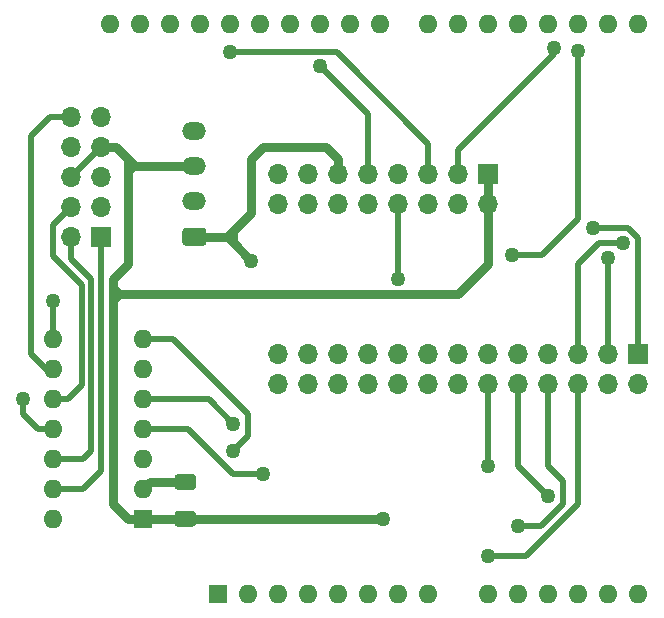
<source format=gbr>
%TF.GenerationSoftware,KiCad,Pcbnew,(5.1.8)-1*%
%TF.CreationDate,2021-08-01T10:57:51-04:00*%
%TF.ProjectId,p3_dx robot controller,70335f64-7820-4726-9f62-6f7420636f6e,rev?*%
%TF.SameCoordinates,Original*%
%TF.FileFunction,Copper,L2,Bot*%
%TF.FilePolarity,Positive*%
%FSLAX46Y46*%
G04 Gerber Fmt 4.6, Leading zero omitted, Abs format (unit mm)*
G04 Created by KiCad (PCBNEW (5.1.8)-1) date 2021-08-01 10:57:51*
%MOMM*%
%LPD*%
G01*
G04 APERTURE LIST*
%TA.AperFunction,ComponentPad*%
%ADD10O,1.600000X1.600000*%
%TD*%
%TA.AperFunction,ComponentPad*%
%ADD11R,1.600000X1.600000*%
%TD*%
%TA.AperFunction,ComponentPad*%
%ADD12O,2.020000X1.500000*%
%TD*%
%TA.AperFunction,ComponentPad*%
%ADD13R,1.700000X1.700000*%
%TD*%
%TA.AperFunction,ComponentPad*%
%ADD14O,1.700000X1.700000*%
%TD*%
%TA.AperFunction,ViaPad*%
%ADD15C,1.270000*%
%TD*%
%TA.AperFunction,Conductor*%
%ADD16C,0.508000*%
%TD*%
%TA.AperFunction,Conductor*%
%ADD17C,0.762000*%
%TD*%
G04 APERTURE END LIST*
D10*
%TO.P,A1,16*%
%TO.N,SERIAL_OUT*%
X50800000Y-2540000D03*
%TO.P,A1,15*%
%TO.N,SERIAL_IN*%
X53340000Y-2540000D03*
%TO.P,A1,30*%
%TO.N,Net-(A1-Pad30)*%
X13720000Y-2540000D03*
%TO.P,A1,14*%
%TO.N,SCL*%
X53340000Y-50800000D03*
%TO.P,A1,29*%
%TO.N,GND*%
X16260000Y-2540000D03*
%TO.P,A1,13*%
%TO.N,SDA*%
X50800000Y-50800000D03*
%TO.P,A1,28*%
%TO.N,RADIO_SWITCH*%
X18800000Y-2540000D03*
%TO.P,A1,12*%
%TO.N,LEFT_ENCODER_B*%
X48260000Y-50800000D03*
%TO.P,A1,27*%
%TO.N,AUX_SWITCH*%
X21340000Y-2540000D03*
%TO.P,A1,11*%
%TO.N,RIGHT_ENCODER_B*%
X45720000Y-50800000D03*
%TO.P,A1,26*%
%TO.N,STATUS_LED*%
X23880000Y-2540000D03*
%TO.P,A1,10*%
%TO.N,RIGHT_ENCODER_A*%
X43180000Y-50800000D03*
%TO.P,A1,25*%
%TO.N,POWER_LED*%
X26420000Y-2540000D03*
%TO.P,A1,9*%
%TO.N,LEFT_ENCODER_A*%
X40640000Y-50800000D03*
%TO.P,A1,24*%
%TO.N,BUZZER*%
X28960000Y-2540000D03*
%TO.P,A1,8*%
%TO.N,VCC*%
X35560000Y-50800000D03*
%TO.P,A1,23*%
%TO.N,LEFT_MOTOR_DIR*%
X31500000Y-2540000D03*
%TO.P,A1,7*%
%TO.N,GND*%
X33020000Y-50800000D03*
%TO.P,A1,22*%
%TO.N,RIGHT_MOTOR_DIR*%
X35560000Y-2540000D03*
%TO.P,A1,6*%
%TO.N,GND*%
X30480000Y-50800000D03*
%TO.P,A1,21*%
%TO.N,LEFT_MOTOR_PWM*%
X38100000Y-2540000D03*
%TO.P,A1,5*%
%TO.N,Net-(A1-Pad5)*%
X27940000Y-50800000D03*
%TO.P,A1,20*%
%TO.N,RIGHT_MOTOR_PWM*%
X40640000Y-2540000D03*
%TO.P,A1,4*%
%TO.N,Net-(A1-Pad4)*%
X25400000Y-50800000D03*
%TO.P,A1,19*%
%TO.N,MOTORS_ENABLED*%
X43180000Y-2540000D03*
%TO.P,A1,3*%
%TO.N,RESET*%
X22860000Y-50800000D03*
%TO.P,A1,18*%
%TO.N,RESET_SWITCH*%
X45720000Y-2540000D03*
%TO.P,A1,2*%
%TO.N,Net-(A1-Pad2)*%
X20320000Y-50800000D03*
%TO.P,A1,17*%
%TO.N,MOTOR_SWITCH*%
X48260000Y-2540000D03*
D11*
%TO.P,A1,1*%
%TO.N,Net-(A1-Pad1)*%
X17780000Y-50800000D03*
D10*
%TO.P,A1,31*%
%TO.N,Net-(A1-Pad31)*%
X11180000Y-2540000D03*
%TO.P,A1,32*%
%TO.N,Net-(A1-Pad32)*%
X8640000Y-2540000D03*
%TD*%
%TO.P,C1,1*%
%TO.N,GND*%
%TA.AperFunction,SMDPad,CuDef*%
G36*
G01*
X14335999Y-40662500D02*
X15636001Y-40662500D01*
G75*
G02*
X15886000Y-40912499I0J-249999D01*
G01*
X15886000Y-41737501D01*
G75*
G02*
X15636001Y-41987500I-249999J0D01*
G01*
X14335999Y-41987500D01*
G75*
G02*
X14086000Y-41737501I0J249999D01*
G01*
X14086000Y-40912499D01*
G75*
G02*
X14335999Y-40662500I249999J0D01*
G01*
G37*
%TD.AperFunction*%
%TO.P,C1,2*%
%TO.N,VCC*%
%TA.AperFunction,SMDPad,CuDef*%
G36*
G01*
X14335999Y-43787500D02*
X15636001Y-43787500D01*
G75*
G02*
X15886000Y-44037499I0J-249999D01*
G01*
X15886000Y-44862501D01*
G75*
G02*
X15636001Y-45112500I-249999J0D01*
G01*
X14335999Y-45112500D01*
G75*
G02*
X14086000Y-44862501I0J249999D01*
G01*
X14086000Y-44037499D01*
G75*
G02*
X14335999Y-43787500I249999J0D01*
G01*
G37*
%TD.AperFunction*%
%TD*%
%TO.P,P1,1*%
%TO.N,VPP*%
%TA.AperFunction,ComponentPad*%
G36*
G01*
X16508000Y-21324000D02*
X14988000Y-21324000D01*
G75*
G02*
X14738000Y-21074000I0J250000D01*
G01*
X14738000Y-20074000D01*
G75*
G02*
X14988000Y-19824000I250000J0D01*
G01*
X16508000Y-19824000D01*
G75*
G02*
X16758000Y-20074000I0J-250000D01*
G01*
X16758000Y-21074000D01*
G75*
G02*
X16508000Y-21324000I-250000J0D01*
G01*
G37*
%TD.AperFunction*%
D12*
%TO.P,P1,2*%
%TO.N,GND*%
X15748000Y-17574000D03*
%TO.P,P1,3*%
%TO.N,VCC*%
X15748000Y-14574000D03*
%TO.P,P1,4*%
%TO.N,N/C*%
X15748000Y-11574000D03*
%TD*%
D13*
%TO.P,P2,1*%
%TO.N,LEFT_MOTOR_PWM*%
X53340000Y-30480000D03*
D14*
%TO.P,P2,2*%
%TO.N,LEFT_MOTOR_DIR*%
X53340000Y-33020000D03*
%TO.P,P2,3*%
%TO.N,RIGHT_MOTOR_PWM*%
X50800000Y-30480000D03*
%TO.P,P2,4*%
%TO.N,RIGHT_MOTOR_DIR*%
X50800000Y-33020000D03*
%TO.P,P2,5*%
%TO.N,MOTORS_ENABLED*%
X48260000Y-30480000D03*
%TO.P,P2,6*%
%TO.N,LEFT_ENCODER_A*%
X48260000Y-33020000D03*
%TO.P,P2,7*%
%TO.N,E-STOP*%
X45720000Y-30480000D03*
%TO.P,P2,8*%
%TO.N,RIGHT_ENCODER_A*%
X45720000Y-33020000D03*
%TO.P,P2,9*%
%TO.N,Net-(P2-Pad9)*%
X43180000Y-30480000D03*
%TO.P,P2,10*%
%TO.N,RIGHT_ENCODER_B*%
X43180000Y-33020000D03*
%TO.P,P2,11*%
%TO.N,Net-(P2-Pad11)*%
X40640000Y-30480000D03*
%TO.P,P2,12*%
%TO.N,LEFT_ENCODER_B*%
X40640000Y-33020000D03*
%TO.P,P2,13*%
%TO.N,Net-(P2-Pad13)*%
X38100000Y-30480000D03*
%TO.P,P2,14*%
%TO.N,Net-(P2-Pad14)*%
X38100000Y-33020000D03*
%TO.P,P2,15*%
%TO.N,Net-(P2-Pad15)*%
X35560000Y-30480000D03*
%TO.P,P2,16*%
%TO.N,Net-(P2-Pad16)*%
X35560000Y-33020000D03*
%TO.P,P2,17*%
%TO.N,Net-(P2-Pad17)*%
X33020000Y-30480000D03*
%TO.P,P2,18*%
%TO.N,Net-(P2-Pad18)*%
X33020000Y-33020000D03*
%TO.P,P2,19*%
%TO.N,Net-(P2-Pad19)*%
X30480000Y-30480000D03*
%TO.P,P2,20*%
%TO.N,Net-(P2-Pad20)*%
X30480000Y-33020000D03*
%TO.P,P2,21*%
%TO.N,Net-(P2-Pad21)*%
X27940000Y-30480000D03*
%TO.P,P2,22*%
%TO.N,VPP*%
X27940000Y-33020000D03*
%TO.P,P2,23*%
%TO.N,GND*%
X25400000Y-30480000D03*
%TO.P,P2,24*%
%TO.N,Net-(P2-Pad24)*%
X25400000Y-33020000D03*
%TO.P,P2,25*%
%TO.N,GND*%
X22860000Y-30480000D03*
%TO.P,P2,26*%
%TO.N,N/C*%
X22860000Y-33020000D03*
%TD*%
D13*
%TO.P,P3,1*%
%TO.N,S_SEL1*%
X7874000Y-20574000D03*
D14*
%TO.P,P3,2*%
%TO.N,S_SEL2*%
X5334000Y-20574000D03*
%TO.P,P3,3*%
%TO.N,S_SEL3*%
X7874000Y-18034000D03*
%TO.P,P3,4*%
%TO.N,S_INHIB*%
X5334000Y-18034000D03*
%TO.P,P3,5*%
%TO.N,S_TRIG*%
X7874000Y-15494000D03*
%TO.P,P3,6*%
%TO.N,VCC*%
X5334000Y-15494000D03*
%TO.P,P3,7*%
X7874000Y-12954000D03*
%TO.P,P3,8*%
%TO.N,GND*%
X5334000Y-12954000D03*
%TO.P,P3,9*%
X7874000Y-10414000D03*
%TO.P,P3,10*%
%TO.N,S_ECHO*%
X5334000Y-10414000D03*
%TD*%
D13*
%TO.P,P4,1*%
%TO.N,VCC*%
X40640000Y-15240000D03*
D14*
%TO.P,P4,2*%
X40640000Y-17780000D03*
%TO.P,P4,3*%
%TO.N,RESET_SWITCH*%
X38100000Y-15240000D03*
%TO.P,P4,4*%
%TO.N,MOTOR_SWITCH*%
X38100000Y-17780000D03*
%TO.P,P4,5*%
%TO.N,RADIO_SWITCH*%
X35560000Y-15240000D03*
%TO.P,P4,6*%
%TO.N,AUX_SWITCH*%
X35560000Y-17780000D03*
%TO.P,P4,7*%
%TO.N,Net-(P4-Pad7)*%
X33020000Y-15240000D03*
%TO.P,P4,8*%
%TO.N,BUZZER*%
X33020000Y-17780000D03*
%TO.P,P4,9*%
%TO.N,POWER_LED*%
X30480000Y-15240000D03*
%TO.P,P4,10*%
%TO.N,STATUS_LED*%
X30480000Y-17780000D03*
%TO.P,P4,11*%
%TO.N,VPP*%
X27940000Y-15240000D03*
%TO.P,P4,12*%
%TO.N,GND*%
X27940000Y-17780000D03*
%TO.P,P4,13*%
X25400000Y-15240000D03*
%TO.P,P4,14*%
%TO.N,Net-(P4-Pad14)*%
X25400000Y-17780000D03*
%TO.P,P4,15*%
%TO.N,Net-(P4-Pad15)*%
X22860000Y-15240000D03*
%TO.P,P4,16*%
%TO.N,Net-(P4-Pad16)*%
X22860000Y-17780000D03*
%TD*%
D11*
%TO.P,U1,1*%
%TO.N,VCC*%
X11430000Y-44450000D03*
D10*
%TO.P,U1,8*%
%TO.N,S_TRIG*%
X3810000Y-29210000D03*
%TO.P,U1,2*%
%TO.N,GND*%
X11430000Y-41910000D03*
%TO.P,U1,9*%
%TO.N,S_ECHO*%
X3810000Y-31750000D03*
%TO.P,U1,3*%
%TO.N,GND*%
X11430000Y-39370000D03*
%TO.P,U1,10*%
%TO.N,S_INHIB*%
X3810000Y-34290000D03*
%TO.P,U1,4*%
%TO.N,RESET*%
X11430000Y-36830000D03*
%TO.P,U1,11*%
%TO.N,S_SEL3*%
X3810000Y-36830000D03*
%TO.P,U1,5*%
%TO.N,SCL*%
X11430000Y-34290000D03*
%TO.P,U1,12*%
%TO.N,S_SEL2*%
X3810000Y-39370000D03*
%TO.P,U1,6*%
%TO.N,GND*%
X11430000Y-31750000D03*
%TO.P,U1,13*%
%TO.N,S_SEL1*%
X3810000Y-41910000D03*
%TO.P,U1,7*%
%TO.N,SDA*%
X11430000Y-29210000D03*
%TO.P,U1,14*%
%TO.N,GND*%
X3810000Y-44450000D03*
%TD*%
D15*
%TO.N,VPP*%
X20574000Y-22606000D03*
%TO.N,BUZZER*%
X33020000Y-24130000D03*
%TO.N,MOTOR_SWITCH*%
X48260000Y-4826000D03*
X42672000Y-22098000D03*
%TO.N,RESET_SWITCH*%
X46228000Y-4572000D03*
%TO.N,S_SEL3*%
X1270000Y-34290000D03*
%TO.N,S_TRIG*%
X3810000Y-26035000D03*
%TO.N,RESET*%
X21590000Y-40640000D03*
%TO.N,MOTORS_ENABLED*%
X52070000Y-21082000D03*
%TO.N,LEFT_MOTOR_PWM*%
X49530000Y-19812000D03*
%TO.N,RIGHT_MOTOR_PWM*%
X50800000Y-22352000D03*
%TO.N,VCC*%
X31750000Y-44450000D03*
%TO.N,LEFT_ENCODER_A*%
X40640000Y-47625000D03*
%TO.N,POWER_LED*%
X26416000Y-6096000D03*
%TO.N,RIGHT_ENCODER_A*%
X43180000Y-45085000D03*
%TO.N,RIGHT_ENCODER_B*%
X45720000Y-42545000D03*
%TO.N,LEFT_ENCODER_B*%
X40640000Y-40005000D03*
%TO.N,RADIO_SWITCH*%
X18796000Y-4952999D03*
%TO.N,SDA*%
X19050000Y-38735000D03*
%TO.N,SCL*%
X19050000Y-36387356D03*
%TD*%
D16*
%TO.N,MOTOR_SWITCH*%
X45212000Y-22098000D02*
X48260000Y-19050000D01*
X42672000Y-22098000D02*
X45212000Y-22098000D01*
X48260000Y-19050000D02*
X48260000Y-4826000D01*
%TO.N,RESET_SWITCH*%
X38100000Y-13208000D02*
X38100000Y-15240000D01*
X46228000Y-5080000D02*
X38100000Y-13208000D01*
X46228000Y-4572000D02*
X46228000Y-5080000D01*
%TO.N,RESET*%
X11430000Y-36830000D02*
X15240000Y-36830000D01*
X19050000Y-40640000D02*
X21590000Y-40640000D01*
X15240000Y-36830000D02*
X19050000Y-40640000D01*
%TO.N,MOTORS_ENABLED*%
X48260000Y-30480000D02*
X48260000Y-22860000D01*
X50038000Y-21082000D02*
X48260000Y-22860000D01*
X52070000Y-21082000D02*
X50038000Y-21082000D01*
%TO.N,LEFT_MOTOR_PWM*%
X52491642Y-19812000D02*
X49530000Y-19812000D01*
X53340000Y-20660358D02*
X52491642Y-19812000D01*
X53340000Y-30480000D02*
X53340000Y-20660358D01*
%TO.N,RIGHT_MOTOR_PWM*%
X50800000Y-30480000D02*
X50800000Y-22352000D01*
X50800000Y-22352000D02*
X50800000Y-22352000D01*
D17*
%TO.N,GND*%
X12015000Y-41325000D02*
X11430000Y-41910000D01*
X14986000Y-41325000D02*
X12015000Y-41325000D01*
%TO.N,VCC*%
X11430000Y-44450000D02*
X14947500Y-44450000D01*
X14986000Y-44450000D02*
X31750000Y-44450000D01*
D16*
X5334000Y-15494000D02*
X7874000Y-12954000D01*
D17*
X11430000Y-44450000D02*
X10160000Y-44450000D01*
X10160000Y-44450000D02*
X8890000Y-43180000D01*
X8890000Y-24130000D02*
X10160000Y-22860000D01*
X9144000Y-12954000D02*
X7874000Y-12954000D01*
X10160000Y-13970000D02*
X9144000Y-12954000D01*
X10764000Y-14574000D02*
X10160000Y-13970000D01*
X15748000Y-14574000D02*
X10764000Y-14574000D01*
X10572000Y-14574000D02*
X10160000Y-14986000D01*
X10764000Y-14574000D02*
X10572000Y-14574000D01*
X10160000Y-14986000D02*
X10160000Y-13970000D01*
X10160000Y-22860000D02*
X10160000Y-14986000D01*
X40640000Y-17780000D02*
X40640000Y-15240000D01*
X40640000Y-17780000D02*
X40640000Y-22860000D01*
X40640000Y-22860000D02*
X38100000Y-25400000D01*
X8890000Y-25400000D02*
X8890000Y-24130000D01*
X8890000Y-24892000D02*
X9398000Y-25400000D01*
X9398000Y-25400000D02*
X8890000Y-25400000D01*
X8890000Y-24130000D02*
X8890000Y-24892000D01*
X38100000Y-25400000D02*
X9398000Y-25400000D01*
X9398000Y-25400000D02*
X8890000Y-25908000D01*
X8890000Y-25908000D02*
X8890000Y-25400000D01*
X8890000Y-43180000D02*
X8890000Y-25908000D01*
D16*
%TO.N,BUZZER*%
X33020000Y-24130000D02*
X33020000Y-17780000D01*
%TO.N,LEFT_ENCODER_A*%
X40640000Y-47625000D02*
X43815000Y-47625000D01*
X43815000Y-47625000D02*
X48260000Y-43180000D01*
X48260000Y-43180000D02*
X48260000Y-33020000D01*
%TO.N,POWER_LED*%
X30480000Y-15240000D02*
X30480000Y-10160000D01*
X30480000Y-10160000D02*
X26416000Y-6096000D01*
X26416000Y-6096000D02*
X26416000Y-6096000D01*
%TO.N,LEFT_ENCODER_B*%
X40640000Y-36830000D02*
X40640000Y-33020000D01*
X40640000Y-40005000D02*
X40640000Y-36830000D01*
%TO.N,RIGHT_ENCODER_A*%
X45720000Y-40005000D02*
X45720000Y-33020000D01*
X46990000Y-41275000D02*
X45720000Y-40005000D01*
X46990000Y-43180000D02*
X46990000Y-41275000D01*
X45085000Y-45085000D02*
X46990000Y-43180000D01*
X43180000Y-45085000D02*
X45085000Y-45085000D01*
%TO.N,RIGHT_ENCODER_B*%
X45720000Y-42545000D02*
X43180000Y-40005000D01*
X43180000Y-40005000D02*
X43180000Y-33020000D01*
%TO.N,RADIO_SWITCH*%
X35560000Y-15240000D02*
X35560000Y-12700000D01*
X35560000Y-12700000D02*
X27812999Y-4952999D01*
X19176999Y-4952999D02*
X19176999Y-4952999D01*
X27812999Y-4952999D02*
X18796000Y-4952999D01*
%TO.N,SDA*%
X13970000Y-29210000D02*
X11430000Y-29210000D01*
X20320000Y-35560000D02*
X13970000Y-29210000D01*
X20320000Y-37465000D02*
X20320000Y-35560000D01*
X19050000Y-38735000D02*
X20320000Y-37465000D01*
%TO.N,SCL*%
X16952644Y-34290000D02*
X19050000Y-36387356D01*
X11430000Y-34290000D02*
X16952644Y-34290000D01*
D17*
%TO.N,VPP*%
X15748000Y-20574000D02*
X18542000Y-20574000D01*
X20574000Y-18542000D02*
X20574000Y-13970000D01*
X20574000Y-13970000D02*
X21590000Y-12954000D01*
X21590000Y-12954000D02*
X26924000Y-12954000D01*
X27940000Y-13970000D02*
X27940000Y-15240000D01*
X26924000Y-12954000D02*
X27940000Y-13970000D01*
X19050000Y-20828000D02*
X18923000Y-20955000D01*
X19050000Y-20066000D02*
X19050000Y-20828000D01*
X18923000Y-20955000D02*
X18542000Y-20574000D01*
X18542000Y-20574000D02*
X19050000Y-20066000D01*
X20574000Y-22606000D02*
X18923000Y-20955000D01*
X19050000Y-20066000D02*
X20574000Y-18542000D01*
D16*
%TO.N,S_SEL1*%
X3810000Y-41910000D02*
X6350000Y-41910000D01*
X7874000Y-40386000D02*
X7874000Y-20574000D01*
X6350000Y-41910000D02*
X7874000Y-40386000D01*
%TO.N,S_SEL2*%
X3810000Y-39370000D02*
X6350000Y-39370000D01*
X6350000Y-39370000D02*
X6985000Y-38735000D01*
X6985000Y-38735000D02*
X6985000Y-24130000D01*
X5334000Y-22479000D02*
X5334000Y-20574000D01*
X6985000Y-24130000D02*
X5334000Y-22479000D01*
%TO.N,S_SEL3*%
X3810000Y-36830000D02*
X2540000Y-36830000D01*
X1270000Y-35560000D02*
X1270000Y-34290000D01*
X2540000Y-36830000D02*
X1270000Y-35560000D01*
%TO.N,S_INHIB*%
X3810000Y-34290000D02*
X5080000Y-34290000D01*
X5080000Y-34290000D02*
X6222990Y-33147010D01*
X6222990Y-33147010D02*
X6222990Y-24637990D01*
X6222990Y-24637990D02*
X3810000Y-22225000D01*
X3810000Y-19558000D02*
X5334000Y-18034000D01*
X3810000Y-22225000D02*
X3810000Y-19558000D01*
%TO.N,S_TRIG*%
X3810000Y-29210000D02*
X3810000Y-26035000D01*
%TO.N,S_ECHO*%
X3810000Y-31750000D02*
X3175000Y-31750000D01*
X3175000Y-31750000D02*
X1905000Y-30480000D01*
X1905000Y-30480000D02*
X1905000Y-12065000D01*
X3556000Y-10414000D02*
X5334000Y-10414000D01*
X1905000Y-12065000D02*
X3556000Y-10414000D01*
%TD*%
M02*

</source>
